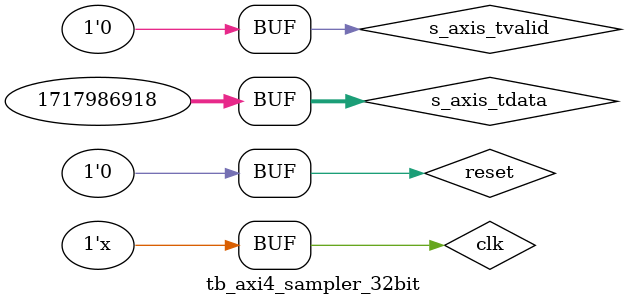
<source format=v>
`timescale 1ns / 1ps

module axi4_sampler_32bit (
    input wire clk,
    input wire reset,
    input wire [31:0] s_axis_tdata,
    input wire s_axis_tvalid,
    output reg s_axis_tready,
    output reg [31:0] m_axis_tdata0,
    output reg [31:0] m_axis_tdata1,
    output reg [31:0] m_axis_tdata2,
    output reg [31:0] m_axis_tdata3,
    output reg [31:0] m_axis_tdata4,
    output reg [31:0] m_axis_tdata5,
    output reg [31:0] m_axis_tdata6,
    output reg [31:0] m_axis_tdata7,
    output reg m_axis_tvalid,
    input wire m_axis_tready  // New input signal to control the output handshake
);

    reg [2:0] cycle_count;
    reg data_latched;

    always @(posedge clk) begin
        if (reset) begin
            cycle_count <= 3'b000;
            s_axis_tready <= 1'b1;
            m_axis_tvalid <= 1'b0;
            data_latched <= 1'b0;
        end else begin
            if (!data_latched) begin
                // Start sampling when valid data is available and downstream is ready
                if (s_axis_tvalid && s_axis_tready) begin
                    m_axis_tdata0 <= s_axis_tdata;
                    cycle_count <= 3'b001;
                    data_latched <= 1'b1;
                    m_axis_tvalid <= 1'b0; // not yet valid, wait until full set
                end
            end else begin
                // Continue sampling 7 more words when valid data is available
                if (s_axis_tvalid) begin
                    case (cycle_count)
                        3'b001: m_axis_tdata1 <= s_axis_tdata;
                        3'b010: m_axis_tdata2 <= s_axis_tdata;
                        3'b011: m_axis_tdata3 <= s_axis_tdata;
                        3'b100: m_axis_tdata4 <= s_axis_tdata;
                        3'b101: m_axis_tdata5 <= s_axis_tdata;
                        3'b110: m_axis_tdata6 <= s_axis_tdata;
                        3'b111: begin
                            m_axis_tdata7 <= s_axis_tdata;
                            m_axis_tvalid <= 1'b1; // all 8 samples collected
                            data_latched <= 1'b0;   // ready for next set
                            cycle_count <= 3'b000;
                        end
                    endcase

                    if (cycle_count != 3'b111) begin
                        cycle_count <= cycle_count + 1;
                    end
                end
            end
        end
    end

    // Handling the output side handshake (m_axis_tready)
    always @(posedge clk) begin
        if (m_axis_tready) begin
            // If the downstream module is ready, allow output
            if (m_axis_tvalid) begin
                s_axis_tready <= 1'b0; // Disable input acceptance while sending output
            end
        end else begin
            // If the downstream module is not ready, hold off on sending data
            m_axis_tvalid <= 1'b0;
            s_axis_tready <= 1'b1; // Allow new data to be sampled again
        end
    end

endmodule


`timescale 1ns / 1ps

module tb_axi4_sampler_32bit;

    reg clk;
    reg reset;
    reg [31:0] s_axis_tdata;
    reg s_axis_tvalid;
    wire s_axis_tready;
    wire [31:0] m_axis_tdata0;
    wire [31:0] m_axis_tdata1;
    wire [31:0] m_axis_tdata2;
    wire [31:0] m_axis_tdata3;
    wire [31:0] m_axis_tdata4;
    wire [31:0] m_axis_tdata5;
    wire [31:0] m_axis_tdata6;
    wire [31:0] m_axis_tdata7;
    wire m_axis_tvalid;

    axi4_sampler_32bit uut (
        .clk(clk),
        .reset(reset),
        .s_axis_tdata(s_axis_tdata),
        .s_axis_tvalid(s_axis_tvalid),
        .s_axis_tready(s_axis_tready),
        .m_axis_tdata0(m_axis_tdata0),
        .m_axis_tdata1(m_axis_tdata1),
        .m_axis_tdata2(m_axis_tdata2),
        .m_axis_tdata3(m_axis_tdata3),
        .m_axis_tdata4(m_axis_tdata4),
        .m_axis_tdata5(m_axis_tdata5),
        .m_axis_tdata6(m_axis_tdata6),
        .m_axis_tdata7(m_axis_tdata7),
        .m_axis_tvalid(m_axis_tvalid)
    );

    always begin
        clk = ~clk;
        #1;  // 10ns clock period (100MHz)
    end

    initial begin
        // Initialize signals
        clk = 0;
        reset = 1;
        s_axis_tvalid = 0;
        s_axis_tdata = 32'b0;
        #10; // Assert reset for 10ns
        reset = 0; // Deassert reset

        // Simulate data valid cycles
        s_axis_tvalid = 1;

        s_axis_tdata = 32'hA5A5A5A5; #2;  // 1st cycle of data
        s_axis_tdata = 32'h5A5A5A5A; #2;  // 2nd cycle of data
        s_axis_tdata = 32'h11111111; #2; // 3rd cycle of data
        s_axis_tdata = 32'h22222222; #2; // 4th cycle of data
        s_axis_tdata = 32'h33333333; #2; // 5th cycle of data
        s_axis_tdata = 32'h44444444; #2; // 6th cycle of data
        s_axis_tdata = 32'h55555555; #2; // 7th cycle of data
        s_axis_tdata = 32'h66666666; #2; // 8th cycle of data

        s_axis_tvalid = 0; // Deassert after sending data
        #10; // wait some time for the last data to be processed
    end

    initial begin
        // Monitor output at each time step
        $monitor("At time %t, m_axis_tdata0 = %h, m_axis_tdata1 = %h, m_axis_tdata2 = %h, m_axis_tdata3 = %h, m_axis_tdata4 = %h, m_axis_tdata5 = %h, m_axis_tdata6 = %h, m_axis_tdata7 = %h, m_axis_tvalid = %b",
                  $time, m_axis_tdata0, m_axis_tdata1, m_axis_tdata2, m_axis_tdata3, m_axis_tdata4, m_axis_tdata5, m_axis_tdata6, m_axis_tdata7, m_axis_tvalid);
    end

endmodule

</source>
